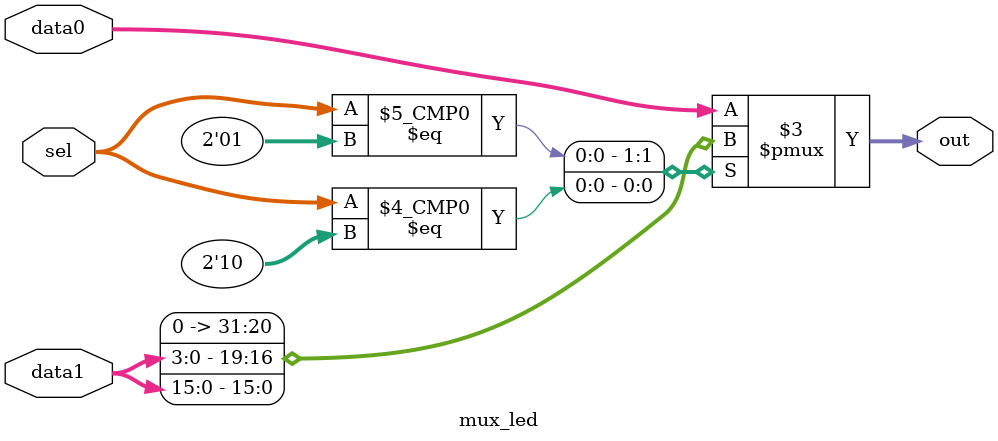
<source format=sv>
`timescale 1ns / 1ps


module mux_led(
    input logic [1:0]sel,
    input logic [15:0]data0,
    input logic [15:0]data1,
    output logic [15:0]out
    );
    
    always_comb begin
    
        case(sel)
           2'b01: out = {12'b0, data1[3:0]};
           2'b10: out = data1;
           default: out = data0;
           
        endcase
    end
endmodule


</source>
